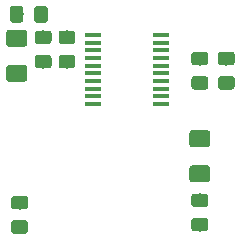
<source format=gbr>
G04 #@! TF.GenerationSoftware,KiCad,Pcbnew,(5.0.2)-1*
G04 #@! TF.CreationDate,2019-07-18T11:35:20+03:00*
G04 #@! TF.ProjectId,Breakout Board STM32L041x6 - TSSOP20,42726561-6b6f-4757-9420-426f61726420,rev?*
G04 #@! TF.SameCoordinates,Original*
G04 #@! TF.FileFunction,Paste,Top*
G04 #@! TF.FilePolarity,Positive*
%FSLAX46Y46*%
G04 Gerber Fmt 4.6, Leading zero omitted, Abs format (unit mm)*
G04 Created by KiCad (PCBNEW (5.0.2)-1) date 18-Jul-19 11:35:20*
%MOMM*%
%LPD*%
G01*
G04 APERTURE LIST*
%ADD10C,0.100000*%
%ADD11C,1.150000*%
%ADD12C,1.425000*%
%ADD13R,1.350000X0.400000*%
G04 APERTURE END LIST*
D10*
G04 #@! TO.C,C2*
G36*
X125094505Y-72006204D02*
X125118773Y-72009804D01*
X125142572Y-72015765D01*
X125165671Y-72024030D01*
X125187850Y-72034520D01*
X125208893Y-72047132D01*
X125228599Y-72061747D01*
X125246777Y-72078223D01*
X125263253Y-72096401D01*
X125277868Y-72116107D01*
X125290480Y-72137150D01*
X125300970Y-72159329D01*
X125309235Y-72182428D01*
X125315196Y-72206227D01*
X125318796Y-72230495D01*
X125320000Y-72254999D01*
X125320000Y-72905001D01*
X125318796Y-72929505D01*
X125315196Y-72953773D01*
X125309235Y-72977572D01*
X125300970Y-73000671D01*
X125290480Y-73022850D01*
X125277868Y-73043893D01*
X125263253Y-73063599D01*
X125246777Y-73081777D01*
X125228599Y-73098253D01*
X125208893Y-73112868D01*
X125187850Y-73125480D01*
X125165671Y-73135970D01*
X125142572Y-73144235D01*
X125118773Y-73150196D01*
X125094505Y-73153796D01*
X125070001Y-73155000D01*
X124169999Y-73155000D01*
X124145495Y-73153796D01*
X124121227Y-73150196D01*
X124097428Y-73144235D01*
X124074329Y-73135970D01*
X124052150Y-73125480D01*
X124031107Y-73112868D01*
X124011401Y-73098253D01*
X123993223Y-73081777D01*
X123976747Y-73063599D01*
X123962132Y-73043893D01*
X123949520Y-73022850D01*
X123939030Y-73000671D01*
X123930765Y-72977572D01*
X123924804Y-72953773D01*
X123921204Y-72929505D01*
X123920000Y-72905001D01*
X123920000Y-72254999D01*
X123921204Y-72230495D01*
X123924804Y-72206227D01*
X123930765Y-72182428D01*
X123939030Y-72159329D01*
X123949520Y-72137150D01*
X123962132Y-72116107D01*
X123976747Y-72096401D01*
X123993223Y-72078223D01*
X124011401Y-72061747D01*
X124031107Y-72047132D01*
X124052150Y-72034520D01*
X124074329Y-72024030D01*
X124097428Y-72015765D01*
X124121227Y-72009804D01*
X124145495Y-72006204D01*
X124169999Y-72005000D01*
X125070001Y-72005000D01*
X125094505Y-72006204D01*
X125094505Y-72006204D01*
G37*
D11*
X124620000Y-72580000D03*
D10*
G36*
X125094505Y-74056204D02*
X125118773Y-74059804D01*
X125142572Y-74065765D01*
X125165671Y-74074030D01*
X125187850Y-74084520D01*
X125208893Y-74097132D01*
X125228599Y-74111747D01*
X125246777Y-74128223D01*
X125263253Y-74146401D01*
X125277868Y-74166107D01*
X125290480Y-74187150D01*
X125300970Y-74209329D01*
X125309235Y-74232428D01*
X125315196Y-74256227D01*
X125318796Y-74280495D01*
X125320000Y-74304999D01*
X125320000Y-74955001D01*
X125318796Y-74979505D01*
X125315196Y-75003773D01*
X125309235Y-75027572D01*
X125300970Y-75050671D01*
X125290480Y-75072850D01*
X125277868Y-75093893D01*
X125263253Y-75113599D01*
X125246777Y-75131777D01*
X125228599Y-75148253D01*
X125208893Y-75162868D01*
X125187850Y-75175480D01*
X125165671Y-75185970D01*
X125142572Y-75194235D01*
X125118773Y-75200196D01*
X125094505Y-75203796D01*
X125070001Y-75205000D01*
X124169999Y-75205000D01*
X124145495Y-75203796D01*
X124121227Y-75200196D01*
X124097428Y-75194235D01*
X124074329Y-75185970D01*
X124052150Y-75175480D01*
X124031107Y-75162868D01*
X124011401Y-75148253D01*
X123993223Y-75131777D01*
X123976747Y-75113599D01*
X123962132Y-75093893D01*
X123949520Y-75072850D01*
X123939030Y-75050671D01*
X123930765Y-75027572D01*
X123924804Y-75003773D01*
X123921204Y-74979505D01*
X123920000Y-74955001D01*
X123920000Y-74304999D01*
X123921204Y-74280495D01*
X123924804Y-74256227D01*
X123930765Y-74232428D01*
X123939030Y-74209329D01*
X123949520Y-74187150D01*
X123962132Y-74166107D01*
X123976747Y-74146401D01*
X123993223Y-74128223D01*
X124011401Y-74111747D01*
X124031107Y-74097132D01*
X124052150Y-74084520D01*
X124074329Y-74074030D01*
X124097428Y-74065765D01*
X124121227Y-74059804D01*
X124145495Y-74056204D01*
X124169999Y-74055000D01*
X125070001Y-74055000D01*
X125094505Y-74056204D01*
X125094505Y-74056204D01*
G37*
D11*
X124620000Y-74630000D03*
G04 #@! TD*
D10*
G04 #@! TO.C,C3*
G36*
X127094505Y-74056204D02*
X127118773Y-74059804D01*
X127142572Y-74065765D01*
X127165671Y-74074030D01*
X127187850Y-74084520D01*
X127208893Y-74097132D01*
X127228599Y-74111747D01*
X127246777Y-74128223D01*
X127263253Y-74146401D01*
X127277868Y-74166107D01*
X127290480Y-74187150D01*
X127300970Y-74209329D01*
X127309235Y-74232428D01*
X127315196Y-74256227D01*
X127318796Y-74280495D01*
X127320000Y-74304999D01*
X127320000Y-74955001D01*
X127318796Y-74979505D01*
X127315196Y-75003773D01*
X127309235Y-75027572D01*
X127300970Y-75050671D01*
X127290480Y-75072850D01*
X127277868Y-75093893D01*
X127263253Y-75113599D01*
X127246777Y-75131777D01*
X127228599Y-75148253D01*
X127208893Y-75162868D01*
X127187850Y-75175480D01*
X127165671Y-75185970D01*
X127142572Y-75194235D01*
X127118773Y-75200196D01*
X127094505Y-75203796D01*
X127070001Y-75205000D01*
X126169999Y-75205000D01*
X126145495Y-75203796D01*
X126121227Y-75200196D01*
X126097428Y-75194235D01*
X126074329Y-75185970D01*
X126052150Y-75175480D01*
X126031107Y-75162868D01*
X126011401Y-75148253D01*
X125993223Y-75131777D01*
X125976747Y-75113599D01*
X125962132Y-75093893D01*
X125949520Y-75072850D01*
X125939030Y-75050671D01*
X125930765Y-75027572D01*
X125924804Y-75003773D01*
X125921204Y-74979505D01*
X125920000Y-74955001D01*
X125920000Y-74304999D01*
X125921204Y-74280495D01*
X125924804Y-74256227D01*
X125930765Y-74232428D01*
X125939030Y-74209329D01*
X125949520Y-74187150D01*
X125962132Y-74166107D01*
X125976747Y-74146401D01*
X125993223Y-74128223D01*
X126011401Y-74111747D01*
X126031107Y-74097132D01*
X126052150Y-74084520D01*
X126074329Y-74074030D01*
X126097428Y-74065765D01*
X126121227Y-74059804D01*
X126145495Y-74056204D01*
X126169999Y-74055000D01*
X127070001Y-74055000D01*
X127094505Y-74056204D01*
X127094505Y-74056204D01*
G37*
D11*
X126620000Y-74630000D03*
D10*
G36*
X127094505Y-72006204D02*
X127118773Y-72009804D01*
X127142572Y-72015765D01*
X127165671Y-72024030D01*
X127187850Y-72034520D01*
X127208893Y-72047132D01*
X127228599Y-72061747D01*
X127246777Y-72078223D01*
X127263253Y-72096401D01*
X127277868Y-72116107D01*
X127290480Y-72137150D01*
X127300970Y-72159329D01*
X127309235Y-72182428D01*
X127315196Y-72206227D01*
X127318796Y-72230495D01*
X127320000Y-72254999D01*
X127320000Y-72905001D01*
X127318796Y-72929505D01*
X127315196Y-72953773D01*
X127309235Y-72977572D01*
X127300970Y-73000671D01*
X127290480Y-73022850D01*
X127277868Y-73043893D01*
X127263253Y-73063599D01*
X127246777Y-73081777D01*
X127228599Y-73098253D01*
X127208893Y-73112868D01*
X127187850Y-73125480D01*
X127165671Y-73135970D01*
X127142572Y-73144235D01*
X127118773Y-73150196D01*
X127094505Y-73153796D01*
X127070001Y-73155000D01*
X126169999Y-73155000D01*
X126145495Y-73153796D01*
X126121227Y-73150196D01*
X126097428Y-73144235D01*
X126074329Y-73135970D01*
X126052150Y-73125480D01*
X126031107Y-73112868D01*
X126011401Y-73098253D01*
X125993223Y-73081777D01*
X125976747Y-73063599D01*
X125962132Y-73043893D01*
X125949520Y-73022850D01*
X125939030Y-73000671D01*
X125930765Y-72977572D01*
X125924804Y-72953773D01*
X125921204Y-72929505D01*
X125920000Y-72905001D01*
X125920000Y-72254999D01*
X125921204Y-72230495D01*
X125924804Y-72206227D01*
X125930765Y-72182428D01*
X125939030Y-72159329D01*
X125949520Y-72137150D01*
X125962132Y-72116107D01*
X125976747Y-72096401D01*
X125993223Y-72078223D01*
X126011401Y-72061747D01*
X126031107Y-72047132D01*
X126052150Y-72034520D01*
X126074329Y-72024030D01*
X126097428Y-72015765D01*
X126121227Y-72009804D01*
X126145495Y-72006204D01*
X126169999Y-72005000D01*
X127070001Y-72005000D01*
X127094505Y-72006204D01*
X127094505Y-72006204D01*
G37*
D11*
X126620000Y-72580000D03*
G04 #@! TD*
D10*
G04 #@! TO.C,C4*
G36*
X140594505Y-75856204D02*
X140618773Y-75859804D01*
X140642572Y-75865765D01*
X140665671Y-75874030D01*
X140687850Y-75884520D01*
X140708893Y-75897132D01*
X140728599Y-75911747D01*
X140746777Y-75928223D01*
X140763253Y-75946401D01*
X140777868Y-75966107D01*
X140790480Y-75987150D01*
X140800970Y-76009329D01*
X140809235Y-76032428D01*
X140815196Y-76056227D01*
X140818796Y-76080495D01*
X140820000Y-76104999D01*
X140820000Y-76755001D01*
X140818796Y-76779505D01*
X140815196Y-76803773D01*
X140809235Y-76827572D01*
X140800970Y-76850671D01*
X140790480Y-76872850D01*
X140777868Y-76893893D01*
X140763253Y-76913599D01*
X140746777Y-76931777D01*
X140728599Y-76948253D01*
X140708893Y-76962868D01*
X140687850Y-76975480D01*
X140665671Y-76985970D01*
X140642572Y-76994235D01*
X140618773Y-77000196D01*
X140594505Y-77003796D01*
X140570001Y-77005000D01*
X139669999Y-77005000D01*
X139645495Y-77003796D01*
X139621227Y-77000196D01*
X139597428Y-76994235D01*
X139574329Y-76985970D01*
X139552150Y-76975480D01*
X139531107Y-76962868D01*
X139511401Y-76948253D01*
X139493223Y-76931777D01*
X139476747Y-76913599D01*
X139462132Y-76893893D01*
X139449520Y-76872850D01*
X139439030Y-76850671D01*
X139430765Y-76827572D01*
X139424804Y-76803773D01*
X139421204Y-76779505D01*
X139420000Y-76755001D01*
X139420000Y-76104999D01*
X139421204Y-76080495D01*
X139424804Y-76056227D01*
X139430765Y-76032428D01*
X139439030Y-76009329D01*
X139449520Y-75987150D01*
X139462132Y-75966107D01*
X139476747Y-75946401D01*
X139493223Y-75928223D01*
X139511401Y-75911747D01*
X139531107Y-75897132D01*
X139552150Y-75884520D01*
X139574329Y-75874030D01*
X139597428Y-75865765D01*
X139621227Y-75859804D01*
X139645495Y-75856204D01*
X139669999Y-75855000D01*
X140570001Y-75855000D01*
X140594505Y-75856204D01*
X140594505Y-75856204D01*
G37*
D11*
X140120000Y-76430000D03*
D10*
G36*
X140594505Y-73806204D02*
X140618773Y-73809804D01*
X140642572Y-73815765D01*
X140665671Y-73824030D01*
X140687850Y-73834520D01*
X140708893Y-73847132D01*
X140728599Y-73861747D01*
X140746777Y-73878223D01*
X140763253Y-73896401D01*
X140777868Y-73916107D01*
X140790480Y-73937150D01*
X140800970Y-73959329D01*
X140809235Y-73982428D01*
X140815196Y-74006227D01*
X140818796Y-74030495D01*
X140820000Y-74054999D01*
X140820000Y-74705001D01*
X140818796Y-74729505D01*
X140815196Y-74753773D01*
X140809235Y-74777572D01*
X140800970Y-74800671D01*
X140790480Y-74822850D01*
X140777868Y-74843893D01*
X140763253Y-74863599D01*
X140746777Y-74881777D01*
X140728599Y-74898253D01*
X140708893Y-74912868D01*
X140687850Y-74925480D01*
X140665671Y-74935970D01*
X140642572Y-74944235D01*
X140618773Y-74950196D01*
X140594505Y-74953796D01*
X140570001Y-74955000D01*
X139669999Y-74955000D01*
X139645495Y-74953796D01*
X139621227Y-74950196D01*
X139597428Y-74944235D01*
X139574329Y-74935970D01*
X139552150Y-74925480D01*
X139531107Y-74912868D01*
X139511401Y-74898253D01*
X139493223Y-74881777D01*
X139476747Y-74863599D01*
X139462132Y-74843893D01*
X139449520Y-74822850D01*
X139439030Y-74800671D01*
X139430765Y-74777572D01*
X139424804Y-74753773D01*
X139421204Y-74729505D01*
X139420000Y-74705001D01*
X139420000Y-74054999D01*
X139421204Y-74030495D01*
X139424804Y-74006227D01*
X139430765Y-73982428D01*
X139439030Y-73959329D01*
X139449520Y-73937150D01*
X139462132Y-73916107D01*
X139476747Y-73896401D01*
X139493223Y-73878223D01*
X139511401Y-73861747D01*
X139531107Y-73847132D01*
X139552150Y-73834520D01*
X139574329Y-73824030D01*
X139597428Y-73815765D01*
X139621227Y-73809804D01*
X139645495Y-73806204D01*
X139669999Y-73805000D01*
X140570001Y-73805000D01*
X140594505Y-73806204D01*
X140594505Y-73806204D01*
G37*
D11*
X140120000Y-74380000D03*
G04 #@! TD*
D10*
G04 #@! TO.C,C5*
G36*
X138344505Y-73806204D02*
X138368773Y-73809804D01*
X138392572Y-73815765D01*
X138415671Y-73824030D01*
X138437850Y-73834520D01*
X138458893Y-73847132D01*
X138478599Y-73861747D01*
X138496777Y-73878223D01*
X138513253Y-73896401D01*
X138527868Y-73916107D01*
X138540480Y-73937150D01*
X138550970Y-73959329D01*
X138559235Y-73982428D01*
X138565196Y-74006227D01*
X138568796Y-74030495D01*
X138570000Y-74054999D01*
X138570000Y-74705001D01*
X138568796Y-74729505D01*
X138565196Y-74753773D01*
X138559235Y-74777572D01*
X138550970Y-74800671D01*
X138540480Y-74822850D01*
X138527868Y-74843893D01*
X138513253Y-74863599D01*
X138496777Y-74881777D01*
X138478599Y-74898253D01*
X138458893Y-74912868D01*
X138437850Y-74925480D01*
X138415671Y-74935970D01*
X138392572Y-74944235D01*
X138368773Y-74950196D01*
X138344505Y-74953796D01*
X138320001Y-74955000D01*
X137419999Y-74955000D01*
X137395495Y-74953796D01*
X137371227Y-74950196D01*
X137347428Y-74944235D01*
X137324329Y-74935970D01*
X137302150Y-74925480D01*
X137281107Y-74912868D01*
X137261401Y-74898253D01*
X137243223Y-74881777D01*
X137226747Y-74863599D01*
X137212132Y-74843893D01*
X137199520Y-74822850D01*
X137189030Y-74800671D01*
X137180765Y-74777572D01*
X137174804Y-74753773D01*
X137171204Y-74729505D01*
X137170000Y-74705001D01*
X137170000Y-74054999D01*
X137171204Y-74030495D01*
X137174804Y-74006227D01*
X137180765Y-73982428D01*
X137189030Y-73959329D01*
X137199520Y-73937150D01*
X137212132Y-73916107D01*
X137226747Y-73896401D01*
X137243223Y-73878223D01*
X137261401Y-73861747D01*
X137281107Y-73847132D01*
X137302150Y-73834520D01*
X137324329Y-73824030D01*
X137347428Y-73815765D01*
X137371227Y-73809804D01*
X137395495Y-73806204D01*
X137419999Y-73805000D01*
X138320001Y-73805000D01*
X138344505Y-73806204D01*
X138344505Y-73806204D01*
G37*
D11*
X137870000Y-74380000D03*
D10*
G36*
X138344505Y-75856204D02*
X138368773Y-75859804D01*
X138392572Y-75865765D01*
X138415671Y-75874030D01*
X138437850Y-75884520D01*
X138458893Y-75897132D01*
X138478599Y-75911747D01*
X138496777Y-75928223D01*
X138513253Y-75946401D01*
X138527868Y-75966107D01*
X138540480Y-75987150D01*
X138550970Y-76009329D01*
X138559235Y-76032428D01*
X138565196Y-76056227D01*
X138568796Y-76080495D01*
X138570000Y-76104999D01*
X138570000Y-76755001D01*
X138568796Y-76779505D01*
X138565196Y-76803773D01*
X138559235Y-76827572D01*
X138550970Y-76850671D01*
X138540480Y-76872850D01*
X138527868Y-76893893D01*
X138513253Y-76913599D01*
X138496777Y-76931777D01*
X138478599Y-76948253D01*
X138458893Y-76962868D01*
X138437850Y-76975480D01*
X138415671Y-76985970D01*
X138392572Y-76994235D01*
X138368773Y-77000196D01*
X138344505Y-77003796D01*
X138320001Y-77005000D01*
X137419999Y-77005000D01*
X137395495Y-77003796D01*
X137371227Y-77000196D01*
X137347428Y-76994235D01*
X137324329Y-76985970D01*
X137302150Y-76975480D01*
X137281107Y-76962868D01*
X137261401Y-76948253D01*
X137243223Y-76931777D01*
X137226747Y-76913599D01*
X137212132Y-76893893D01*
X137199520Y-76872850D01*
X137189030Y-76850671D01*
X137180765Y-76827572D01*
X137174804Y-76803773D01*
X137171204Y-76779505D01*
X137170000Y-76755001D01*
X137170000Y-76104999D01*
X137171204Y-76080495D01*
X137174804Y-76056227D01*
X137180765Y-76032428D01*
X137189030Y-76009329D01*
X137199520Y-75987150D01*
X137212132Y-75966107D01*
X137226747Y-75946401D01*
X137243223Y-75928223D01*
X137261401Y-75911747D01*
X137281107Y-75897132D01*
X137302150Y-75884520D01*
X137324329Y-75874030D01*
X137347428Y-75865765D01*
X137371227Y-75859804D01*
X137395495Y-75856204D01*
X137419999Y-75855000D01*
X138320001Y-75855000D01*
X138344505Y-75856204D01*
X138344505Y-75856204D01*
G37*
D11*
X137870000Y-76430000D03*
G04 #@! TD*
D10*
G04 #@! TO.C,D1*
G36*
X123019504Y-74918704D02*
X123043773Y-74922304D01*
X123067571Y-74928265D01*
X123090671Y-74936530D01*
X123112849Y-74947020D01*
X123133893Y-74959633D01*
X123153598Y-74974247D01*
X123171777Y-74990723D01*
X123188253Y-75008902D01*
X123202867Y-75028607D01*
X123215480Y-75049651D01*
X123225970Y-75071829D01*
X123234235Y-75094929D01*
X123240196Y-75118727D01*
X123243796Y-75142996D01*
X123245000Y-75167500D01*
X123245000Y-76092500D01*
X123243796Y-76117004D01*
X123240196Y-76141273D01*
X123234235Y-76165071D01*
X123225970Y-76188171D01*
X123215480Y-76210349D01*
X123202867Y-76231393D01*
X123188253Y-76251098D01*
X123171777Y-76269277D01*
X123153598Y-76285753D01*
X123133893Y-76300367D01*
X123112849Y-76312980D01*
X123090671Y-76323470D01*
X123067571Y-76331735D01*
X123043773Y-76337696D01*
X123019504Y-76341296D01*
X122995000Y-76342500D01*
X121745000Y-76342500D01*
X121720496Y-76341296D01*
X121696227Y-76337696D01*
X121672429Y-76331735D01*
X121649329Y-76323470D01*
X121627151Y-76312980D01*
X121606107Y-76300367D01*
X121586402Y-76285753D01*
X121568223Y-76269277D01*
X121551747Y-76251098D01*
X121537133Y-76231393D01*
X121524520Y-76210349D01*
X121514030Y-76188171D01*
X121505765Y-76165071D01*
X121499804Y-76141273D01*
X121496204Y-76117004D01*
X121495000Y-76092500D01*
X121495000Y-75167500D01*
X121496204Y-75142996D01*
X121499804Y-75118727D01*
X121505765Y-75094929D01*
X121514030Y-75071829D01*
X121524520Y-75049651D01*
X121537133Y-75028607D01*
X121551747Y-75008902D01*
X121568223Y-74990723D01*
X121586402Y-74974247D01*
X121606107Y-74959633D01*
X121627151Y-74947020D01*
X121649329Y-74936530D01*
X121672429Y-74928265D01*
X121696227Y-74922304D01*
X121720496Y-74918704D01*
X121745000Y-74917500D01*
X122995000Y-74917500D01*
X123019504Y-74918704D01*
X123019504Y-74918704D01*
G37*
D12*
X122370000Y-75630000D03*
D10*
G36*
X123019504Y-71943704D02*
X123043773Y-71947304D01*
X123067571Y-71953265D01*
X123090671Y-71961530D01*
X123112849Y-71972020D01*
X123133893Y-71984633D01*
X123153598Y-71999247D01*
X123171777Y-72015723D01*
X123188253Y-72033902D01*
X123202867Y-72053607D01*
X123215480Y-72074651D01*
X123225970Y-72096829D01*
X123234235Y-72119929D01*
X123240196Y-72143727D01*
X123243796Y-72167996D01*
X123245000Y-72192500D01*
X123245000Y-73117500D01*
X123243796Y-73142004D01*
X123240196Y-73166273D01*
X123234235Y-73190071D01*
X123225970Y-73213171D01*
X123215480Y-73235349D01*
X123202867Y-73256393D01*
X123188253Y-73276098D01*
X123171777Y-73294277D01*
X123153598Y-73310753D01*
X123133893Y-73325367D01*
X123112849Y-73337980D01*
X123090671Y-73348470D01*
X123067571Y-73356735D01*
X123043773Y-73362696D01*
X123019504Y-73366296D01*
X122995000Y-73367500D01*
X121745000Y-73367500D01*
X121720496Y-73366296D01*
X121696227Y-73362696D01*
X121672429Y-73356735D01*
X121649329Y-73348470D01*
X121627151Y-73337980D01*
X121606107Y-73325367D01*
X121586402Y-73310753D01*
X121568223Y-73294277D01*
X121551747Y-73276098D01*
X121537133Y-73256393D01*
X121524520Y-73235349D01*
X121514030Y-73213171D01*
X121505765Y-73190071D01*
X121499804Y-73166273D01*
X121496204Y-73142004D01*
X121495000Y-73117500D01*
X121495000Y-72192500D01*
X121496204Y-72167996D01*
X121499804Y-72143727D01*
X121505765Y-72119929D01*
X121514030Y-72096829D01*
X121524520Y-72074651D01*
X121537133Y-72053607D01*
X121551747Y-72033902D01*
X121568223Y-72015723D01*
X121586402Y-71999247D01*
X121606107Y-71984633D01*
X121627151Y-71972020D01*
X121649329Y-71961530D01*
X121672429Y-71953265D01*
X121696227Y-71947304D01*
X121720496Y-71943704D01*
X121745000Y-71942500D01*
X122995000Y-71942500D01*
X123019504Y-71943704D01*
X123019504Y-71943704D01*
G37*
D12*
X122370000Y-72655000D03*
G04 #@! TD*
D10*
G04 #@! TO.C,D2*
G36*
X138519504Y-83418704D02*
X138543773Y-83422304D01*
X138567571Y-83428265D01*
X138590671Y-83436530D01*
X138612849Y-83447020D01*
X138633893Y-83459633D01*
X138653598Y-83474247D01*
X138671777Y-83490723D01*
X138688253Y-83508902D01*
X138702867Y-83528607D01*
X138715480Y-83549651D01*
X138725970Y-83571829D01*
X138734235Y-83594929D01*
X138740196Y-83618727D01*
X138743796Y-83642996D01*
X138745000Y-83667500D01*
X138745000Y-84592500D01*
X138743796Y-84617004D01*
X138740196Y-84641273D01*
X138734235Y-84665071D01*
X138725970Y-84688171D01*
X138715480Y-84710349D01*
X138702867Y-84731393D01*
X138688253Y-84751098D01*
X138671777Y-84769277D01*
X138653598Y-84785753D01*
X138633893Y-84800367D01*
X138612849Y-84812980D01*
X138590671Y-84823470D01*
X138567571Y-84831735D01*
X138543773Y-84837696D01*
X138519504Y-84841296D01*
X138495000Y-84842500D01*
X137245000Y-84842500D01*
X137220496Y-84841296D01*
X137196227Y-84837696D01*
X137172429Y-84831735D01*
X137149329Y-84823470D01*
X137127151Y-84812980D01*
X137106107Y-84800367D01*
X137086402Y-84785753D01*
X137068223Y-84769277D01*
X137051747Y-84751098D01*
X137037133Y-84731393D01*
X137024520Y-84710349D01*
X137014030Y-84688171D01*
X137005765Y-84665071D01*
X136999804Y-84641273D01*
X136996204Y-84617004D01*
X136995000Y-84592500D01*
X136995000Y-83667500D01*
X136996204Y-83642996D01*
X136999804Y-83618727D01*
X137005765Y-83594929D01*
X137014030Y-83571829D01*
X137024520Y-83549651D01*
X137037133Y-83528607D01*
X137051747Y-83508902D01*
X137068223Y-83490723D01*
X137086402Y-83474247D01*
X137106107Y-83459633D01*
X137127151Y-83447020D01*
X137149329Y-83436530D01*
X137172429Y-83428265D01*
X137196227Y-83422304D01*
X137220496Y-83418704D01*
X137245000Y-83417500D01*
X138495000Y-83417500D01*
X138519504Y-83418704D01*
X138519504Y-83418704D01*
G37*
D12*
X137870000Y-84130000D03*
D10*
G36*
X138519504Y-80443704D02*
X138543773Y-80447304D01*
X138567571Y-80453265D01*
X138590671Y-80461530D01*
X138612849Y-80472020D01*
X138633893Y-80484633D01*
X138653598Y-80499247D01*
X138671777Y-80515723D01*
X138688253Y-80533902D01*
X138702867Y-80553607D01*
X138715480Y-80574651D01*
X138725970Y-80596829D01*
X138734235Y-80619929D01*
X138740196Y-80643727D01*
X138743796Y-80667996D01*
X138745000Y-80692500D01*
X138745000Y-81617500D01*
X138743796Y-81642004D01*
X138740196Y-81666273D01*
X138734235Y-81690071D01*
X138725970Y-81713171D01*
X138715480Y-81735349D01*
X138702867Y-81756393D01*
X138688253Y-81776098D01*
X138671777Y-81794277D01*
X138653598Y-81810753D01*
X138633893Y-81825367D01*
X138612849Y-81837980D01*
X138590671Y-81848470D01*
X138567571Y-81856735D01*
X138543773Y-81862696D01*
X138519504Y-81866296D01*
X138495000Y-81867500D01*
X137245000Y-81867500D01*
X137220496Y-81866296D01*
X137196227Y-81862696D01*
X137172429Y-81856735D01*
X137149329Y-81848470D01*
X137127151Y-81837980D01*
X137106107Y-81825367D01*
X137086402Y-81810753D01*
X137068223Y-81794277D01*
X137051747Y-81776098D01*
X137037133Y-81756393D01*
X137024520Y-81735349D01*
X137014030Y-81713171D01*
X137005765Y-81690071D01*
X136999804Y-81666273D01*
X136996204Y-81642004D01*
X136995000Y-81617500D01*
X136995000Y-80692500D01*
X136996204Y-80667996D01*
X136999804Y-80643727D01*
X137005765Y-80619929D01*
X137014030Y-80596829D01*
X137024520Y-80574651D01*
X137037133Y-80553607D01*
X137051747Y-80533902D01*
X137068223Y-80515723D01*
X137086402Y-80499247D01*
X137106107Y-80484633D01*
X137127151Y-80472020D01*
X137149329Y-80461530D01*
X137172429Y-80453265D01*
X137196227Y-80447304D01*
X137220496Y-80443704D01*
X137245000Y-80442500D01*
X138495000Y-80442500D01*
X138519504Y-80443704D01*
X138519504Y-80443704D01*
G37*
D12*
X137870000Y-81155000D03*
G04 #@! TD*
D10*
G04 #@! TO.C,R2*
G36*
X122719505Y-69931204D02*
X122743773Y-69934804D01*
X122767572Y-69940765D01*
X122790671Y-69949030D01*
X122812850Y-69959520D01*
X122833893Y-69972132D01*
X122853599Y-69986747D01*
X122871777Y-70003223D01*
X122888253Y-70021401D01*
X122902868Y-70041107D01*
X122915480Y-70062150D01*
X122925970Y-70084329D01*
X122934235Y-70107428D01*
X122940196Y-70131227D01*
X122943796Y-70155495D01*
X122945000Y-70179999D01*
X122945000Y-71080001D01*
X122943796Y-71104505D01*
X122940196Y-71128773D01*
X122934235Y-71152572D01*
X122925970Y-71175671D01*
X122915480Y-71197850D01*
X122902868Y-71218893D01*
X122888253Y-71238599D01*
X122871777Y-71256777D01*
X122853599Y-71273253D01*
X122833893Y-71287868D01*
X122812850Y-71300480D01*
X122790671Y-71310970D01*
X122767572Y-71319235D01*
X122743773Y-71325196D01*
X122719505Y-71328796D01*
X122695001Y-71330000D01*
X122044999Y-71330000D01*
X122020495Y-71328796D01*
X121996227Y-71325196D01*
X121972428Y-71319235D01*
X121949329Y-71310970D01*
X121927150Y-71300480D01*
X121906107Y-71287868D01*
X121886401Y-71273253D01*
X121868223Y-71256777D01*
X121851747Y-71238599D01*
X121837132Y-71218893D01*
X121824520Y-71197850D01*
X121814030Y-71175671D01*
X121805765Y-71152572D01*
X121799804Y-71128773D01*
X121796204Y-71104505D01*
X121795000Y-71080001D01*
X121795000Y-70179999D01*
X121796204Y-70155495D01*
X121799804Y-70131227D01*
X121805765Y-70107428D01*
X121814030Y-70084329D01*
X121824520Y-70062150D01*
X121837132Y-70041107D01*
X121851747Y-70021401D01*
X121868223Y-70003223D01*
X121886401Y-69986747D01*
X121906107Y-69972132D01*
X121927150Y-69959520D01*
X121949329Y-69949030D01*
X121972428Y-69940765D01*
X121996227Y-69934804D01*
X122020495Y-69931204D01*
X122044999Y-69930000D01*
X122695001Y-69930000D01*
X122719505Y-69931204D01*
X122719505Y-69931204D01*
G37*
D11*
X122370000Y-70630000D03*
D10*
G36*
X124769505Y-69931204D02*
X124793773Y-69934804D01*
X124817572Y-69940765D01*
X124840671Y-69949030D01*
X124862850Y-69959520D01*
X124883893Y-69972132D01*
X124903599Y-69986747D01*
X124921777Y-70003223D01*
X124938253Y-70021401D01*
X124952868Y-70041107D01*
X124965480Y-70062150D01*
X124975970Y-70084329D01*
X124984235Y-70107428D01*
X124990196Y-70131227D01*
X124993796Y-70155495D01*
X124995000Y-70179999D01*
X124995000Y-71080001D01*
X124993796Y-71104505D01*
X124990196Y-71128773D01*
X124984235Y-71152572D01*
X124975970Y-71175671D01*
X124965480Y-71197850D01*
X124952868Y-71218893D01*
X124938253Y-71238599D01*
X124921777Y-71256777D01*
X124903599Y-71273253D01*
X124883893Y-71287868D01*
X124862850Y-71300480D01*
X124840671Y-71310970D01*
X124817572Y-71319235D01*
X124793773Y-71325196D01*
X124769505Y-71328796D01*
X124745001Y-71330000D01*
X124094999Y-71330000D01*
X124070495Y-71328796D01*
X124046227Y-71325196D01*
X124022428Y-71319235D01*
X123999329Y-71310970D01*
X123977150Y-71300480D01*
X123956107Y-71287868D01*
X123936401Y-71273253D01*
X123918223Y-71256777D01*
X123901747Y-71238599D01*
X123887132Y-71218893D01*
X123874520Y-71197850D01*
X123864030Y-71175671D01*
X123855765Y-71152572D01*
X123849804Y-71128773D01*
X123846204Y-71104505D01*
X123845000Y-71080001D01*
X123845000Y-70179999D01*
X123846204Y-70155495D01*
X123849804Y-70131227D01*
X123855765Y-70107428D01*
X123864030Y-70084329D01*
X123874520Y-70062150D01*
X123887132Y-70041107D01*
X123901747Y-70021401D01*
X123918223Y-70003223D01*
X123936401Y-69986747D01*
X123956107Y-69972132D01*
X123977150Y-69959520D01*
X123999329Y-69949030D01*
X124022428Y-69940765D01*
X124046227Y-69934804D01*
X124070495Y-69931204D01*
X124094999Y-69930000D01*
X124745001Y-69930000D01*
X124769505Y-69931204D01*
X124769505Y-69931204D01*
G37*
D11*
X124420000Y-70630000D03*
G04 #@! TD*
D10*
G04 #@! TO.C,R3*
G36*
X138344505Y-85806204D02*
X138368773Y-85809804D01*
X138392572Y-85815765D01*
X138415671Y-85824030D01*
X138437850Y-85834520D01*
X138458893Y-85847132D01*
X138478599Y-85861747D01*
X138496777Y-85878223D01*
X138513253Y-85896401D01*
X138527868Y-85916107D01*
X138540480Y-85937150D01*
X138550970Y-85959329D01*
X138559235Y-85982428D01*
X138565196Y-86006227D01*
X138568796Y-86030495D01*
X138570000Y-86054999D01*
X138570000Y-86705001D01*
X138568796Y-86729505D01*
X138565196Y-86753773D01*
X138559235Y-86777572D01*
X138550970Y-86800671D01*
X138540480Y-86822850D01*
X138527868Y-86843893D01*
X138513253Y-86863599D01*
X138496777Y-86881777D01*
X138478599Y-86898253D01*
X138458893Y-86912868D01*
X138437850Y-86925480D01*
X138415671Y-86935970D01*
X138392572Y-86944235D01*
X138368773Y-86950196D01*
X138344505Y-86953796D01*
X138320001Y-86955000D01*
X137419999Y-86955000D01*
X137395495Y-86953796D01*
X137371227Y-86950196D01*
X137347428Y-86944235D01*
X137324329Y-86935970D01*
X137302150Y-86925480D01*
X137281107Y-86912868D01*
X137261401Y-86898253D01*
X137243223Y-86881777D01*
X137226747Y-86863599D01*
X137212132Y-86843893D01*
X137199520Y-86822850D01*
X137189030Y-86800671D01*
X137180765Y-86777572D01*
X137174804Y-86753773D01*
X137171204Y-86729505D01*
X137170000Y-86705001D01*
X137170000Y-86054999D01*
X137171204Y-86030495D01*
X137174804Y-86006227D01*
X137180765Y-85982428D01*
X137189030Y-85959329D01*
X137199520Y-85937150D01*
X137212132Y-85916107D01*
X137226747Y-85896401D01*
X137243223Y-85878223D01*
X137261401Y-85861747D01*
X137281107Y-85847132D01*
X137302150Y-85834520D01*
X137324329Y-85824030D01*
X137347428Y-85815765D01*
X137371227Y-85809804D01*
X137395495Y-85806204D01*
X137419999Y-85805000D01*
X138320001Y-85805000D01*
X138344505Y-85806204D01*
X138344505Y-85806204D01*
G37*
D11*
X137870000Y-86380000D03*
D10*
G36*
X138344505Y-87856204D02*
X138368773Y-87859804D01*
X138392572Y-87865765D01*
X138415671Y-87874030D01*
X138437850Y-87884520D01*
X138458893Y-87897132D01*
X138478599Y-87911747D01*
X138496777Y-87928223D01*
X138513253Y-87946401D01*
X138527868Y-87966107D01*
X138540480Y-87987150D01*
X138550970Y-88009329D01*
X138559235Y-88032428D01*
X138565196Y-88056227D01*
X138568796Y-88080495D01*
X138570000Y-88104999D01*
X138570000Y-88755001D01*
X138568796Y-88779505D01*
X138565196Y-88803773D01*
X138559235Y-88827572D01*
X138550970Y-88850671D01*
X138540480Y-88872850D01*
X138527868Y-88893893D01*
X138513253Y-88913599D01*
X138496777Y-88931777D01*
X138478599Y-88948253D01*
X138458893Y-88962868D01*
X138437850Y-88975480D01*
X138415671Y-88985970D01*
X138392572Y-88994235D01*
X138368773Y-89000196D01*
X138344505Y-89003796D01*
X138320001Y-89005000D01*
X137419999Y-89005000D01*
X137395495Y-89003796D01*
X137371227Y-89000196D01*
X137347428Y-88994235D01*
X137324329Y-88985970D01*
X137302150Y-88975480D01*
X137281107Y-88962868D01*
X137261401Y-88948253D01*
X137243223Y-88931777D01*
X137226747Y-88913599D01*
X137212132Y-88893893D01*
X137199520Y-88872850D01*
X137189030Y-88850671D01*
X137180765Y-88827572D01*
X137174804Y-88803773D01*
X137171204Y-88779505D01*
X137170000Y-88755001D01*
X137170000Y-88104999D01*
X137171204Y-88080495D01*
X137174804Y-88056227D01*
X137180765Y-88032428D01*
X137189030Y-88009329D01*
X137199520Y-87987150D01*
X137212132Y-87966107D01*
X137226747Y-87946401D01*
X137243223Y-87928223D01*
X137261401Y-87911747D01*
X137281107Y-87897132D01*
X137302150Y-87884520D01*
X137324329Y-87874030D01*
X137347428Y-87865765D01*
X137371227Y-87859804D01*
X137395495Y-87856204D01*
X137419999Y-87855000D01*
X138320001Y-87855000D01*
X138344505Y-87856204D01*
X138344505Y-87856204D01*
G37*
D11*
X137870000Y-88430000D03*
G04 #@! TD*
D13*
G04 #@! TO.C,U1*
X128870000Y-72380000D03*
X128870000Y-73030000D03*
X128870000Y-73680000D03*
X128870000Y-74330000D03*
X128870000Y-74980000D03*
X128870000Y-75630000D03*
X128870000Y-76930000D03*
X128870000Y-76280000D03*
X128870000Y-78230000D03*
X128870000Y-77580000D03*
X134620000Y-78230000D03*
X134620000Y-77580000D03*
X134620000Y-72380000D03*
X134620000Y-73030000D03*
X134620000Y-74330000D03*
X134620000Y-73680000D03*
X134620000Y-75630000D03*
X134620000Y-76930000D03*
X134620000Y-76280000D03*
X134620000Y-74980000D03*
G04 #@! TD*
D10*
G04 #@! TO.C,C8*
G36*
X123094505Y-86006204D02*
X123118773Y-86009804D01*
X123142572Y-86015765D01*
X123165671Y-86024030D01*
X123187850Y-86034520D01*
X123208893Y-86047132D01*
X123228599Y-86061747D01*
X123246777Y-86078223D01*
X123263253Y-86096401D01*
X123277868Y-86116107D01*
X123290480Y-86137150D01*
X123300970Y-86159329D01*
X123309235Y-86182428D01*
X123315196Y-86206227D01*
X123318796Y-86230495D01*
X123320000Y-86254999D01*
X123320000Y-86905001D01*
X123318796Y-86929505D01*
X123315196Y-86953773D01*
X123309235Y-86977572D01*
X123300970Y-87000671D01*
X123290480Y-87022850D01*
X123277868Y-87043893D01*
X123263253Y-87063599D01*
X123246777Y-87081777D01*
X123228599Y-87098253D01*
X123208893Y-87112868D01*
X123187850Y-87125480D01*
X123165671Y-87135970D01*
X123142572Y-87144235D01*
X123118773Y-87150196D01*
X123094505Y-87153796D01*
X123070001Y-87155000D01*
X122169999Y-87155000D01*
X122145495Y-87153796D01*
X122121227Y-87150196D01*
X122097428Y-87144235D01*
X122074329Y-87135970D01*
X122052150Y-87125480D01*
X122031107Y-87112868D01*
X122011401Y-87098253D01*
X121993223Y-87081777D01*
X121976747Y-87063599D01*
X121962132Y-87043893D01*
X121949520Y-87022850D01*
X121939030Y-87000671D01*
X121930765Y-86977572D01*
X121924804Y-86953773D01*
X121921204Y-86929505D01*
X121920000Y-86905001D01*
X121920000Y-86254999D01*
X121921204Y-86230495D01*
X121924804Y-86206227D01*
X121930765Y-86182428D01*
X121939030Y-86159329D01*
X121949520Y-86137150D01*
X121962132Y-86116107D01*
X121976747Y-86096401D01*
X121993223Y-86078223D01*
X122011401Y-86061747D01*
X122031107Y-86047132D01*
X122052150Y-86034520D01*
X122074329Y-86024030D01*
X122097428Y-86015765D01*
X122121227Y-86009804D01*
X122145495Y-86006204D01*
X122169999Y-86005000D01*
X123070001Y-86005000D01*
X123094505Y-86006204D01*
X123094505Y-86006204D01*
G37*
D11*
X122620000Y-86580000D03*
D10*
G36*
X123094505Y-88056204D02*
X123118773Y-88059804D01*
X123142572Y-88065765D01*
X123165671Y-88074030D01*
X123187850Y-88084520D01*
X123208893Y-88097132D01*
X123228599Y-88111747D01*
X123246777Y-88128223D01*
X123263253Y-88146401D01*
X123277868Y-88166107D01*
X123290480Y-88187150D01*
X123300970Y-88209329D01*
X123309235Y-88232428D01*
X123315196Y-88256227D01*
X123318796Y-88280495D01*
X123320000Y-88304999D01*
X123320000Y-88955001D01*
X123318796Y-88979505D01*
X123315196Y-89003773D01*
X123309235Y-89027572D01*
X123300970Y-89050671D01*
X123290480Y-89072850D01*
X123277868Y-89093893D01*
X123263253Y-89113599D01*
X123246777Y-89131777D01*
X123228599Y-89148253D01*
X123208893Y-89162868D01*
X123187850Y-89175480D01*
X123165671Y-89185970D01*
X123142572Y-89194235D01*
X123118773Y-89200196D01*
X123094505Y-89203796D01*
X123070001Y-89205000D01*
X122169999Y-89205000D01*
X122145495Y-89203796D01*
X122121227Y-89200196D01*
X122097428Y-89194235D01*
X122074329Y-89185970D01*
X122052150Y-89175480D01*
X122031107Y-89162868D01*
X122011401Y-89148253D01*
X121993223Y-89131777D01*
X121976747Y-89113599D01*
X121962132Y-89093893D01*
X121949520Y-89072850D01*
X121939030Y-89050671D01*
X121930765Y-89027572D01*
X121924804Y-89003773D01*
X121921204Y-88979505D01*
X121920000Y-88955001D01*
X121920000Y-88304999D01*
X121921204Y-88280495D01*
X121924804Y-88256227D01*
X121930765Y-88232428D01*
X121939030Y-88209329D01*
X121949520Y-88187150D01*
X121962132Y-88166107D01*
X121976747Y-88146401D01*
X121993223Y-88128223D01*
X122011401Y-88111747D01*
X122031107Y-88097132D01*
X122052150Y-88084520D01*
X122074329Y-88074030D01*
X122097428Y-88065765D01*
X122121227Y-88059804D01*
X122145495Y-88056204D01*
X122169999Y-88055000D01*
X123070001Y-88055000D01*
X123094505Y-88056204D01*
X123094505Y-88056204D01*
G37*
D11*
X122620000Y-88630000D03*
G04 #@! TD*
M02*

</source>
